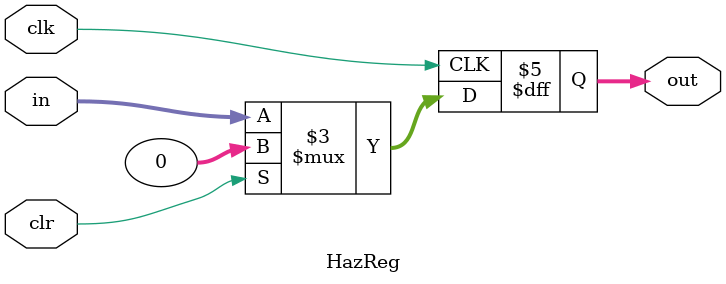
<source format=v>
`timescale 1ns / 1ps
module HazReg(clr,clk,in,out);
	 parameter DATAWIDTH = 32;
	 input clr;
    input clk;
    input [DATAWIDTH:1]in;
    output reg[DATAWIDTH:1]out;
	 
	 always @(posedge clk)begin
		if (clr)begin
			out <= 0;
		end
		else begin
			out <= in;
		end
	 end
	 
endmodule

</source>
